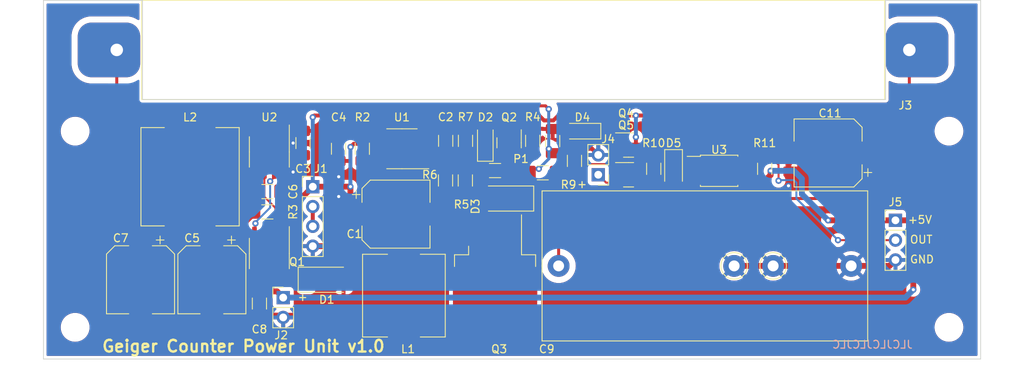
<source format=kicad_pcb>
(kicad_pcb (version 20221018) (generator pcbnew)
  (layers (0 "F.Cu" mixed) (31 "B.Cu" mixed) (36 "B.SilkS" user "B.Silkscreen") (37 "F.SilkS" user "F.Silkscreen") (38 "B.Mask" user) (39 "F.Mask" user) (44 "Edge.Cuts" user))
  (net 0 "")
  (net 1 "GND")
  (net 2 "Net-(U1-Vfb)")
  (net 3 "Net-(U1-TC)")
  (net 4 "Net-(D1-K)")
  (net 5 "Net-(D2-A)")
  (net 6 "Net-(J1-Pin_2)")
  (net 7 "Net-(U1-DC)")
  (net 8 "Net-(U2-REF)")
  (net 9 "+5V")
  (net 10 "VCC")
  (net 11 "/HV")
  (net 12 "Net-(D4-K)")
  (net 13 "Net-(D2-K)")
  (net 14 "Net-(D3-A)")
  (net 15 "Net-(D5-A)")
  (net 16 "Net-(J4-Pin_1)")
  (net 17 "Net-(P1-Pad2)")
  (net 18 "Net-(U2-CS)")
  (net 19 "Net-(Q1-G)")
  (net 20 "Net-(Q3-G)")
  (net 21 "Net-(Q4-E)")
  (net 22 "Net-(J5-Pin_2)")
  (net 23 "/HV2")
  (footprint "Sidolux:STS-5" (layer "F.Cu") (at 171.196 28.448 180)
    (fp_text reference "J3")
    (fp_text value "STS-5")
  )
  (footprint "Diode_SMD:D_MELF" (layer "F.Cu") (at 119.634 47.498 180)
    (fp_text reference "D3")
    (fp_text value "SUF4007")
  )
  (footprint "Capacitor_SMD:C_1206_3216Metric_Pad1.33x1.80mm_HandSolder" (layer "F.Cu") (at 111.76 40.102 90)
    (fp_text reference "C2")
    (fp_text value "3.3nF")
  )
  (footprint "Diode_SMD:D_MELF" (layer "F.Cu") (at 96.266 57.912)
    (fp_text reference "D1")
    (fp_text value "VSSAF3L63-M3/H")
  )
  (footprint "Connector_PinHeader_2.54mm:PinHeader_1x03_P2.54mm_Vertical" (layer "F.Cu") (at 169.418 50.292)
    (fp_text reference "J5")
    (fp_text value "Output")
  )
  (footprint "LED_SMD:LED_1206_3216Metric_Pad1.42x1.75mm_HandSolder" (layer "F.Cu") (at 140.97 43.688 -90)
    (fp_text reference "D5")
    (fp_text value "LED")
  )
  (footprint "MountingHole:MountingHole_3.2mm_M3" (layer "F.Cu") (at 64.262 64.008)
    (fp_text reference "REF**" hide)
    (fp_text value "MountingHole_3.2mm_M3")
  )
  (footprint "Resistor_SMD:R_1206_3216Metric_Pad1.30x1.75mm_HandSolder" (layer "F.Cu") (at 125.476 40.132 90)
    (fp_text reference "R8" hide)
    (fp_text value "4.7M")
  )
  (footprint "Capacitor_SMD:C_1206_3216Metric_Pad1.33x1.80mm_HandSolder" (layer "F.Cu") (at 124.206 44.196 180)
    (fp_text reference "C10" hide)
    (fp_text value "68pF")
  )
  (footprint "Resistor_SMD:R_1206_3216Metric_Pad1.30x1.75mm_HandSolder" (layer "F.Cu") (at 122.917 40.102 90)
    (fp_text reference "R4")
    (fp_text value "1k")
  )
  (footprint "Capacitor_SMD:CP_Elec_8x10.5" (layer "F.Cu") (at 72.644 57.912 -90)
    (fp_text reference "C7")
    (fp_text value "330uF")
  )
  (footprint "Resistor_SMD:R_1206_3216Metric_Pad1.30x1.75mm_HandSolder" (layer "F.Cu") (at 128.27 42.672 90)
    (fp_text reference "R9")
    (fp_text value "4.7M")
  )
  (footprint "MountingHole:MountingHole_3.2mm_M3" (layer "F.Cu") (at 176.276 38.862)
    (fp_text reference "REF**" hide)
    (fp_text value "MountingHole_3.2mm_M3")
  )
  (footprint "Package_TO_SOT_SMD:SOT-23" (layer "F.Cu") (at 119.888 40.356 -90)
    (fp_text reference "Q2")
    (fp_text value "BC857")
  )
  (footprint "MountingHole:MountingHole_3.2mm_M3" (layer "F.Cu") (at 176.276 64.008)
    (fp_text reference "REF**" hide)
    (fp_text value "MountingHole_3.2mm_M3")
  )
  (footprint "Resistor_SMD:R_1206_3216Metric_Pad1.30x1.75mm_HandSolder" (layer "F.Cu") (at 88.9 49.211)
    (fp_text reference "R3")
    (fp_text value "2")
  )
  (footprint "Capacitor_SMD:C_1206_3216Metric_Pad1.33x1.80mm_HandSolder" (layer "F.Cu") (at 87.884 60.96 90)
    (fp_text reference "C8")
    (fp_text value "100nF")
  )
  (footprint "Inductor_SMD:L_10.4x10.4_H4.8" (layer "F.Cu") (at 106.407 59.944 -90)
    (fp_text reference "L1")
    (fp_text value "470uH")
  )
  (footprint "Capacitor_SMD:CP_Elec_8x10.5" (layer "F.Cu") (at 160.782 41.656 180)
    (fp_text reference "C11")
    (fp_text value "100uF/16V")
  )
  (footprint "Package_SO:SOIC-8_3.9x4.9mm_P1.27mm" (layer "F.Cu") (at 106.153 41.118 180)
    (fp_text reference "U1")
    (fp_text value "MC34063AD")
  )
  (footprint "Capacitor_SMD:C_1206_3216Metric_Pad1.33x1.80mm_HandSolder" (layer "F.Cu") (at 88.9 46.606)
    (fp_text reference "C6")
    (fp_text value "100nF")
  )
  (footprint "Capacitor_SMD:C_1206_3216Metric_Pad1.33x1.80mm_HandSolder" (layer "F.Cu") (at 98.025 41.118 -90)
    (fp_text reference "C4")
    (fp_text value "1nF")
  )
  (footprint "Package_SO:SO-4_4.4x3.6mm_P2.54mm" (layer "F.Cu") (at 146.812 43.942)
    (fp_text reference "U3")
    (fp_text value "LTV-356T")
  )
  (footprint "Capacitor_SMD:CP_Elec_8x10.5" (layer "F.Cu") (at 81.788 57.912 -90)
    (fp_text reference "C5")
    (fp_text value "470uF")
  )
  (footprint "Resistor_SMD:R_1206_3216Metric_Pad1.30x1.75mm_HandSolder" (layer "F.Cu") (at 101.073 41.118 -90)
    (fp_text reference "R2")
    (fp_text value "2")
  )
  (footprint "TestPoint:TestPoint_Loop_D2.60mm_Drill1.4mm_Beaded" (layer "F.Cu") (at 153.738 56.134)
    (fp_text reference "TP2" hide)
    (fp_text value "TestPoint")
  )
  (footprint "Resistor_SMD:R_1206_3216Metric_Pad1.30x1.75mm_HandSolder" (layer "F.Cu") (at 118.091 43.912 180)
    (fp_text reference "P1")
    (fp_text value "500k")
  )
  (footprint "Package_SO:SO-8_3.9x4.9mm_P1.27mm" (layer "F.Cu") (at 89.154 41.526 -90)
    (fp_text reference "U2")
    (fp_text value "MAX649")
  )
  (footprint "Connector_PinHeader_2.54mm:PinHeader_1x02_P2.54mm_Vertical" (layer "F.Cu") (at 131.318 44.45 180)
    (fp_text reference "J4")
    (fp_text value "Piezo")
  )
  (footprint "Package_TO_SOT_SMD:SOT-23" (layer "F.Cu") (at 135.2065 40.64)
    (fp_text reference "Q4")
    (fp_text value "BC847")
  )
  (footprint "Capacitor_SMD:C_1206_3216Metric_Pad1.33x1.80mm_HandSolder" (layer "F.Cu") (at 93.472 40.386 90)
    (fp_text reference "C3")
    (fp_text value "100nF")
  )
  (footprint "Package_TO_SOT_SMD:TO-263-2" (layer "F.Cu") (at 118.091 59.533 -90)
    (fp_text reference "Q3")
    (fp_text value "IRFBC40SPBF")
  )
  (footprint "Diode_SMD:D_SOD-123" (layer "F.Cu") (at 116.84 40.356 90)
    (fp_text reference "D2")
    (fp_text value "1N4148W")
  )
  (footprint "Resistor_SMD:R_1206_3216Metric_Pad1.30x1.75mm_HandSolder" (layer "F.Cu") (at 114.3 40.102 90)
    (fp_text reference "R7")
    (fp_text value "10k")
  )
  (footprint "Resistor_SMD:R_1206_3216Metric_Pad1.30x1.75mm_HandSolder" (layer "F.Cu") (at 152.654 43.688 90)
    (fp_text reference "R11")
    (fp_text value "1k")
  )
  (footprint "Package_TO_SOT_SMD:SOT-23" (layer "F.Cu") (at 135.2065 44.45)
    (fp_text reference "Q5")
    (fp_text value "BC847")
  )
  (footprint "Inductor_SMD:L_12x12mm_H6mm" (layer "F.Cu") (at 78.994 44.704 90)
    (fp_text reference "L2")
    (fp_text value "22uH")
  )
  (footprint "Package_SO:SOIC-8_3.9x4.9mm_P1.27mm" (layer "F.Cu") (at 89.154 54.545 -90)
    (fp_text reference "Q1")
    (fp_text value "IRF7404")
  )
  (footprint "Connector_PinHeader_2.54mm:PinHeader_1x04_P2.54mm_Vertical" (layer "F.Cu") (at 94.723 45.984)
    (fp_text reference "J1")
    (fp_text value "Power")
  )
  (footprint "Resistor_SMD:R_1206_3216Metric_Pad1.30x1.75mm_HandSolder" (layer "F.Cu") (at 111.741 45.182 90)
    (fp_text reference "R6")
    (fp_text value "3.3M")
  )
  (footprint "Connector_PinHeader_2.54mm:PinHeader_1x02_P2.54mm_Vertical" (layer "F.Cu") (at 90.932 60.198)
    (fp_text reference "J2")
    (fp_text value "+5V Output")
  )
  (footprint "Resistor_SMD:R_1206_3216Metric_Pad1.30x1.75mm_HandSolder" (layer "F.Cu") (at 138.43 43.688 -90)
    (fp_text reference "R10")
    (fp_text value "680")
  )
  (footprint "Resistor_SMD:R_1206_3216Metric_Pad1.30x1.75mm_HandSolder" (layer "F.Cu") (at 114.281 45.182 -90)
    (fp_text reference "R5")
    (fp_text value "20")
  )
  (footprint "TestPoint:TestPoint_Loop_D2.60mm_Drill1.4mm_Beaded" (layer "F.Cu") (at 148.738 56.134)
    (fp_text reference "TP1" hide)
    (fp_text value "TestPoint")
  )
  (footprint "MountingHole:MountingHole_3.2mm_M3" (layer "F.Cu") (at 64.262 38.862)
    (fp_text reference "REF**" hide)
    (fp_text value "MountingHole_3.2mm_M3")
  )
  (footprint "Diode_SMD:D_SOD-123" (layer "F.Cu") (at 129.286 38.862 180)
    (fp_text reference "D4")
    (fp_text value "BZT52C9V1")
  )
  (footprint "Capacitor_THT:C_Rect_L41.5mm_W19.0mm_P37.50mm_MKS4" (layer "F.Cu") (at 126.238 56.134)
    (fp_text reference "C9")
    (fp_text value "220nF/600VAC")
  )
  (footprint "Capacitor_SMD:CP_Elec_8x10.5" (layer "F.Cu") (at 105.391 49.5)
    (fp_text reference "C1")
    (fp_text value "470uF")
  )
  (gr_line (start 180.34 68.072) (end 60.198 68.072) (stroke (width 0.1)) (layer "Edge.Cuts"))
  (gr_line (start 60.198 22.098) (end 72.898 22.098) (stroke (width 0.1)) (layer "Edge.Cuts"))
  (gr_line (start 168.148 34.798) (end 168.148 22.098) (stroke (width 0.1)) (layer "Edge.Cuts"))
  (gr_line (start 180.34 22.098) (end 180.34 68.072) (stroke (width 0.1)) (layer "Edge.Cuts"))
  (gr_line (start 72.898 22.098) (end 72.898 34.798) (stroke (width 0.1)) (layer "Edge.Cuts"))
  (gr_line (start 72.898 34.798) (end 168.148 34.798) (stroke (width 0.1)) (layer "Edge.Cuts"))
  (gr_line (start 168.148 22.098) (end 180.34 22.098) (stroke (width 0.1)) (layer "Edge.Cuts"))
  (gr_line (start 60.198 68.072) (end 60.198 22.098) (stroke (width 0.1)) (layer "Edge.Cuts"))
  (gr_text "JLCJLCJLCJLC" (at 171.704 66.802) (layer "B.SilkS") (effects (font (size 1 1)) (justify left bottom mirror)))
  (gr_text "GND" (at 171.196 55.88) (layer "F.SilkS") (effects (font (size 1 1)) (justify left bottom)))
  (gr_text "OUT" (at 171.196 53.34) (layer "F.SilkS") (effects (font (size 1 1)) (justify left bottom)))
  (gr_text "+" (at 128.524 46.228) (layer "F.SilkS") (effects (font (size 1 1)) (justify left bottom)))
  (gr_text "+" (at 92.71 60.706) (layer "F.SilkS") (effects (font (size 1 1)) (justify left bottom)))
  (gr_text "Geiger Counter Power Unit v1.0" (at 67.564 67.31) (layer "F.SilkS") (effects (font (size 1.5 1.5) (thickness 0.3) bold) (justify left bottom)))
  (gr_text "+5V" (at 170.942 50.8) (layer "F.SilkS") (effects (font (size 1 1)) (justify left bottom)))
  (segment (start 138.684 38.354) (end 140.97 40.64) (width 0.508) (layer "F.Cu") (net 1))
  (segment (start 148.336 45.212) (end 149.962 45.212) (width 0.508) (layer "F.Cu") (net 1))
  (segment (start 98.025 47.263) (end 98.025 53.604) (width 0.75) (layer "F.Cu") (net 1))
  (segment (start 93.472 38.8235) (end 93.472 40.386) (width 0.254) (layer "F.Cu") (net 1))
  (segment (start 89.662 62.5225) (end 94.0555 62.5225) (width 0.75) (layer "F.Cu") (net 1))
  (segment (start 98.025 57.271) (end 98.666 57.912) (width 0.75) (layer "F.Cu") (net 1))
  (segment (start 109.455 57.404) (end 108.693 58.166) (width 0.75) (layer "F.Cu") (net 1))
  (segment (start 108.628 39.213) (end 108.628 37.765) (width 0.508) (layer "F.Cu") (net 1))
  (segment (start 93.98 40.386) (end 94.996 41.402) (width 0.254) (layer "F.Cu") (net 1))
  (segment (start 155.702 43.036) (end 157.082 41.656) (width 0.75) (layer "F.Cu") (net 1))
  (segment (start 127.636 38.862) (end 127.873 38.862) (width 0.508) (layer "F.Cu") (net 1))
  (segment (start 108.628 37.765) (end 108.712 37.681) (width 0.508) (layer "F.Cu") (net 1))
  (segment (start 92.202 40.386) (end 93.472 40.386) (width 0.254) (layer "F.Cu") (net 1))
  (segment (start 118.872 37.681) (end 122.046 37.681) (width 0.75) (layer "F.Cu") (net 1))
  (segment (start 130.645749 37.592) (end 131.572 37.592) (width 0.508) (layer "F.Cu") (net 1))
  (segment (start 128.27 41.122) (end 130.53 41.122) (width 0.508) (layer "F.Cu") (net 1))
  (segment (start 93.472 40.386) (end 93.98 40.386) (width 0.254) (layer "F.Cu") (net 1))
  (segment (start 168.656 56.134) (end 169.418 55.372) (width 0.75) (layer "F.Cu") (net 1))
  (segment (start 98.044 47.244) (end 98.025 47.263) (width 0.75) (layer "F.Cu") (net 1))
  (segment (start 129.794 40.386) (end 129.794 38.443749) (width 0.508) (layer "F.Cu") (net 1))
  (segment (start 130.53 41.122) (end 131.318 41.91) (width 0.508) (layer "F.Cu") (net 1))
  (segment (start 155.702 45.862) (end 155.702 43.036) (width 0.75) (layer "F.Cu") (net 1))
  (segment (start 129.794 38.443749) (end 130.645749 37.592) (width 0.508) (layer "F.Cu") (net 1))
  (segment (start 96.266 38.862) (end 96.266 41.421) (width 0.75) (layer "F.Cu") (net 1))
  (segment (start 89.789 38.951) (end 89.789 39.23058) (width 0.254) (layer "F.Cu") (net 1))
  (segment (start 89.789 39.23058) (end 90.94442 40.386) (width 0.254) (layer "F.Cu") (net 1))
  (segment (start 109.455 49.864) (end 109.455 57.404) (width 0.75) (layer "F.Cu") (net 1))
  (segment (start 118.938 39.4185) (end 118.938 37.747) (width 0.508) (layer "F.Cu") (net 1))
  (segment (start 88.519 38.951) (end 89.789 38.951) (width 0.254) (layer "F.Cu") (net 1))
  (segment (start 96.247 41.402) (end 96.501 41.656) (width 0.254) (layer "F.Cu") (net 1))
  (segment (start 131.572 37.592) (end 132.334 38.354) (width 0.508) (layer "F.Cu") (net 1))
  (segment (start 97.5255 42.6805) (end 96.501 41.656) (width 0.75) (layer "F.Cu") (net 1))
  (segment (start 87.884 62.5225) (end 89.662 62.5225) (width 0.75) (layer "F.Cu") (net 1))
  (segment (start 131.318 41.91) (end 129.794 40.386) (width 0.508) (layer "F.Cu") (net 1))
  (segment (start 113.519 49.5) (end 115.551 51.532) (width 0.508) (layer "F.Cu") (net 1))
  (segment (start 140.97 40.64) (end 140.97 42.2005) (width 0.508) (layer "F.Cu") (net 1))
  (segment (start 109.599 49.5) (end 113.519 49.5) (width 0.508) (layer "F.Cu") (net 1))
  (segment (start 87.884 62.5225) (end 73.5545 62.5225) (width 0.75) (layer "F.Cu") (net 1))
  (segment (start 125.446 38.552) (end 125.476 38.582) (width 0.508) (layer "F.Cu") (net 1))
  (segment (start 127.636 40.488) (end 128.27 41.122) (width 0.508) (layer "F.Cu") (net 1))
  (segment (start 109.091 49.5) (end 109.455 49.864) (width 0.75) (layer "F.Cu") (net 1))
  (segment (start 108.693 58.166) (end 103.105 58.166) (width 0.75) (layer "F.Cu") (net 1))
  (segment (start 147.32 40.64) (end 147.32 44.196) (width 0.508) (layer "F.Cu") (net 1))
  (segment (start 90.7165 62.5225) (end 90.932 62.738) (width 0.75) (layer "F.Cu") (net 1))
  (segment (start 97.447 37.681) (end 96.266 38.862) (width 0.75) (layer "F.Cu") (net 1))
  (segment (start 91.059 44.101) (end 92.202 44.101) (width 0.254) (layer "F.Cu") (net 1))
  (segment (start 90.94442 40.386) (end 92.202 40.386) (width 0.254) (layer "F.Cu") (net 1))
  (segment (start 148.738 56.134) (end 163.738 56.134) (width 0.75) (layer "F.Cu") (net 1))
  (segment (start 96.266 41.421) (end 96.501 41.656) (width 0.75) (layer "F.Cu") (net 1))
  (segment (start 156.066 40.64) (end 157.082 41.656) (width 0.508) (layer "F.Cu") (net 1))
  (segment (start 98.025 53.604) (end 98.025 57.271) (width 0.75) (layer "F.Cu") (net 1))
  (segment (start 98.025 42.6805) (end 97.5255 42.6805) (width 0.508) (layer "F.Cu") (net 1))
  (segment (start 103.105 58.166) (end 98.543 53.604) (width 0.75) (layer "F.Cu") (net 1))
  (segment (start 91.059 46.0095) (end 90.4625 46.606) (width 0.254) (layer "F.Cu") (net 1))
  (segment (start 91.059 44.101) (end 91.059 46.0095) (width 0.254) (layer "F.Cu") (net 1))
  (segment (start 140.97 40.64) (end 147.32 40.64) (width 0.508) (layer "F.Cu") (net 1))
  (segment (start 118.938 37.747) (end 118.872 37.681) (width 0.508) (layer "F.Cu") (net 1))
  (segment (start 132.334 38.354) (end 138.684 38.354) (width 0.508) (layer "F.Cu") (net 1))
  (segment (start 73.5545 62.5225) (end 72.644 61.612) (width 0.75) (layer "F.Cu") (net 1))
  (segment (start 163.738 56.134) (end 168.656 56.134) (width 0.75) (layer "F.Cu") (net 1))
  (segment (start 108.712 37.681) (end 118.872 37.681) (width 0.75) (layer "F.Cu") (net 1))
  (segment (start 94.0555 62.5225) (end 98.666 57.912) (width 0.75) (layer "F.Cu") (net 1))
  (segment (start 94.996 41.402) (end 96.247 41.402) (width 0.254) (layer "F.Cu") (net 1))
  (segment (start 108.712 37.681) (end 97.447 37.681) (width 0.75) (layer "F.Cu") (net 1))
  (segment (start 114.0145 38.5395) (end 114.027 38.552) (width 0.508) (layer "F.Cu") (net 1))
  (segment (start 89.662 62.5225) (end 90.7165 62.5225) (width 0.75) (layer "F.Cu") (net 1))
  (segment (start 147.32 44.196) (end 148.336 45.212) (width 0.508) (layer "F.Cu") (net 1))
  (segment (start 122.046 37.681) (end 122.917 38.552) (width 0.75) (layer "F.Cu") (net 1))
  (segment (start 98.543 53.604) (end 98.025 53.604) (width 0.75) (layer "F.Cu") (net 1))
  (segment (start 127.636 38.862) (end 127.636 40.488) (width 0.508) (layer "F.Cu") (net 1))
  (segment (start 147.32 40.64) (end 156.066 40.64) (width 0.508) (layer "F.Cu") (net 1))
  (segment (start 98.025 42.6805) (end 98.025 44.678) (width 0.508) (layer "F.Cu") (net 1))
  (segment (start 94.723 53.604) (end 98.025 53.604) (width 0.75) (layer "F.Cu") (net 1))
  (via (at 98.044 44.704) (size 0.8) (drill 0.4) (layers "F.Cu" "B.Cu") (net 1))
  (via (at 98.044 47.244) (size 0.8) (drill 0.4) (layers "F.Cu" "B.Cu") (net 1))
  (via (at 155.702 45.862) (size 0.8) (drill 0.4) (layers "F.Cu" "B.Cu") (net 1))
  (via (at 92.202 44.101) (size 0.8) (drill 0.4) (layers "F.Cu" "B.Cu") (net 1))
  (via (at 92.202 40.386) (size 0.8) (drill 0.4) (layers "F.Cu" "B.Cu") (net 1))
  (segment (start 98.044 47.244) (end 98.044 44.704) (width 0.75) (layer "B.Cu") (net 1))
  (segment (start 155.702 45.862) (end 155.702 48.098) (width 0.75) (layer "B.Cu") (net 1))
  (segment (start 92.202 44.101) (end 92.202 40.386) (width 0.254) (layer "B.Cu") (net 1))
  (segment (start 155.702 48.098) (end 163.738 56.134) (width 0.75) (layer "B.Cu") (net 1))
  (segment (start 103.678 39.213) (end 103.678 39.151) (width 0.25) (layer "F.Cu") (net 2))
  (segment (start 109.649751 42.398) (end 110.883751 43.632) (width 0.25) (layer "F.Cu") (net 2))
  (segment (start 103.12 38.593) (end 98.9875 38.593) (width 0.25) (layer "F.Cu") (net 2))
  (segment (start 107.626248 42.398) (end 109.649751 42.398) (width 0.25) (layer "F.Cu") (net 2))
  (segment (start 112.32 43.632) (end 114.3 41.652) (width 0.25) (layer "F.Cu") (net 2))
  (segment (start 104.441249 39.213) (end 107.626248 42.398) (width 0.25) (layer "F.Cu") (net 2))
  (segment (start 103.678 39.151) (end 103.12 38.593) (width 0.25) (layer "F.Cu") (net 2))
  (segment (start 98.9875 38.593) (end 98.025 39.5555) (width 0.25) (layer "F.Cu") (net 2))
  (segment (start 104.441249 39.213) (end 103.678 39.213) (width 0.25) (layer "F.Cu") (net 2))
  (segment (start 110.883751 43.632) (end 111.741 43.632) (width 0.25) (layer "F.Cu") (net 2))
  (segment (start 111.741 43.632) (end 112.32 43.632) (width 0.25) (layer "F.Cu") (net 2))
  (segment (start 110.5785 40.483) (end 111.76 41.6645) (width 0.25) (layer "F.Cu") (net 3))
  (segment (start 108.628 40.483) (end 110.5785 40.483) (width 0.25) (layer "F.Cu") (net 3))
  (segment (start 87.249 57.02) (end 91.059 57.02) (width 0.508) (layer "F.Cu") (net 4))
  (segment (start 91.951 57.912) (end 91.059 57.02) (width 0.508) (layer "F.Cu") (net 4))
  (segment (start 79.886 57.02) (end 79.883 57.023) (width 0.25) (layer "F.Cu") (net 4))
  (segment (start 78.994 56.134) (end 79.883 57.023) (width 0.508) (layer "F.Cu") (net 4))
  (segment (start 93.866 57.912) (end 91.951 57.912) (width 0.508) (layer "F.Cu") (net 4))
  (segment (start 87.249 57.02) (end 79.886 57.02) (width 0.508) (layer "F.Cu") (net 4))
  (segment (start 78.994 49.654) (end 78.994 56.134) (width 0.508) (layer "F.Cu") (net 4))
  (segment (start 120.353749 39.4185) (end 119.132249 40.64) (width 0.25) (layer "F.Cu") (net 5))
  (segment (start 122.917 41.4975) (end 120.838 39.4185) (width 0.25) (layer "F.Cu") (net 5))
  (segment (start 107.462 39.858) (end 115.688 39.858) (width 0.25) (layer "F.Cu") (net 5))
  (segment (start 119.132249 40.64) (end 118.618 40.64) (width 0.25) (layer "F.Cu") (net 5))
  (segment (start 115.688 39.858) (end 116.84 38.706) (width 0.25) (layer "F.Cu") (net 5))
  (segment (start 106.934 40.386) (end 107.462 39.858) (width 0.25) (layer "F.Cu") (net 5))
  (segment (start 107.617644 41.753) (end 106.934 41.069356) (width 0.25) (layer "F.Cu") (net 5))
  (segment (start 118.618 40.64) (end 116.84 38.862) (width 0.25) (layer "F.Cu") (net 5))
  (segment (start 120.838 39.4185) (end 120.353749 39.4185) (width 0.25) (layer "F.Cu") (net 5))
  (segment (start 116.84 38.862) (end 116.84 38.706) (width 0.25) (layer "F.Cu") (net 5))
  (segment (start 122.917 41.652) (end 122.917 41.4975) (width 0.25) (layer "F.Cu") (net 5))
  (segment (start 106.934 41.069356) (end 106.934 40.386) (width 0.25) (layer "F.Cu") (net 5))
  (segment (start 108.628 41.753) (end 107.617644 41.753) (width 0.25) (layer "F.Cu") (net 5))
  (segment (start 94.723 51.064) (end 94.723 48.524) (width 0.508) (layer "F.Cu") (net 6))
  (segment (start 101.073 42.668) (end 101.428 43.023) (width 0.25) (layer "F.Cu") (net 7))
  (segment (start 105.899 43.023) (end 108.628 43.023) (width 0.508) (layer "F.Cu") (net 7))
  (segment (start 103.678 43.023) (end 105.899 43.023) (width 0.508) (layer "F.Cu") (net 7))
  (segment (start 105.899 51.562) (end 105.899 43.023) (width 0.508) (layer "F.Cu") (net 7))
  (segment (start 106.407 52.07) (end 105.899 51.562) (width 0.508) (layer "F.Cu") (net 7))
  (segment (start 106.407 55.794) (end 106.407 52.07) (width 0.508) (layer "F.Cu") (net 7))
  (segment (start 103.678 41.753) (end 103.678 43.023) (width 0.508) (layer "F.Cu") (net 7))
  (segment (start 101.428 43.023) (end 103.678 43.023) (width 0.508) (layer "F.Cu") (net 7))
  (segment (start 87.249 39.227751) (end 89.969749 41.9485) (width 0.25) (layer "F.Cu") (net 8))
  (segment (start 87.249 38.951) (end 87.249 39.227751) (width 0.25) (layer "F.Cu") (net 8))
  (segment (start 89.969749 41.9485) (end 93.472 41.9485) (width 0.25) (layer "F.Cu") (net 8))
  (segment (start 76.598 58.166) (end 83.6045 58.166) (width 0.75) (layer "F.Cu") (net 9))
  (segment (start 90.424 37.338) (end 86.868 37.338) (width 0.25) (layer "F.Cu") (net 9))
  (segment (start 84.074 47.498) (end 76.327 47.498) (width 0.25) (layer "F.Cu") (net 9))
  (segment (start 160.782 50.292) (end 169.418 50.292) (width 0.75) (layer "F.Cu") (net 9))
  (segment (start 171.704 51.054) (end 171.704 59.182) (width 0.75) (layer "F.Cu") (net 9))
  (segment (start 75.057 51.799) (end 72.644 54.212) (width 0.25) (layer "F.Cu") (net 9))
  (segment (start 75.057 48.768) (end 75.057 51.799) (width 0.25) (layer "F.Cu") (net 9))
  (segment (start 171.704 51.054) (end 170.942 50.292) (width 0.75) (layer "F.Cu") (net 9))
  (segment (start 83.6045 58.166) (end 84.836 59.3975) (width 0.75) (layer "F.Cu") (net 9))
  (segment (start 84.836 59.3975) (end 87.884 59.3975) (width 0.75) (layer "F.Cu") (net 9))
  (segment (start 86.106 38.1) (end 86.106 45.466) (width 0.25) (layer "F.Cu") (net 9))
  (segment (start 90.1315 59.3975) (end 90.932 60.198) (width 0.75) (layer "F.Cu") (net 9))
  (segment (start 78.994 39.754) (end 72.644 46.104) (width 0.75) (layer "F.Cu") (net 9))
  (segment (start 72.644 46.104) (end 72.644 54.212) (width 0.75) (layer "F.Cu") (net 9))
  (segment (start 170.942 50.292) (end 169.418 50.292) (width 0.75) (layer "F.Cu") (net 9))
  (segment (start 86.106 45.466) (end 84.074 47.498) (width 0.25) (layer "F.Cu") (net 9))
  (segment (start 72.644 54.212) (end 76.598 58.166) (width 0.75) (layer "F.Cu") (net 9))
  (segment (start 86.868 37.338) (end 86.106 38.1) (width 0.25) (layer "F.Cu") (net 9))
  (segment (start 87.884 59.3975) (end 90.1315 59.3975) (width 0.75) (layer "F.Cu") (net 9))
  (segment (start 91.059 37.973) (end 90.424 37.338) (width 0.25) (layer "F.Cu") (net 9))
  (segment (start 153.416 44.476) (end 152.654 45.238) (width 0.75) (layer "F.Cu") (net 9))
  (segment (start 76.327 47.498) (end 75.057 48.768) (width 0.25) (layer "F.Cu") (net 9))
  (segment (start 91.059 38.951) (end 91.059 37.973) (width 0.25) (layer "F.Cu") (net 9))
  (segment (start 153.416 43.946299) (end 153.416 44.476) (width 0.75) (layer "F.Cu") (net 9))
  (via (at 171.704 59.182) (size 0.8) (drill 0.4) (layers "F.Cu" "B.Cu") (net 9))
  (via (at 153.416 43.946299) (size 0.8) (drill 0.4) (layers "F.Cu" "B.Cu") (net 9))
  (via (at 160.782 50.292) (size 0.8) (drill 0.4) (layers "F.Cu" "B.Cu") (net 9))
  (segment (start 157.418 46.928) (end 157.418 44.958) (width 0.75) (layer "B.Cu") (net 9))
  (segment (start 156.406299 43.946299) (end 153.416 43.946299) (width 0.75) (layer "B.Cu") (net 9))
  (segment (start 90.932 60.198) (end 170.688 60.198) (width 0.75) (layer "B.Cu") (net 9))
  (segment (start 170.688 60.198) (end 171.704 59.182) (width 0.75) (layer "B.Cu") (net 9))
  (segment (start 157.418 44.958) (end 156.406299 43.946299) (width 0.75) (layer "B.Cu") (net 9))
  (segment (start 160.782 50.292) (end 157.418 46.928) (width 0.75) (layer "B.Cu") (net 9))
  (segment (start 123.74089 36.856) (end 124.36739 37.4825) (width 0.5) (layer "F.Cu") (net 10))
  (segment (start 86.106 53.848) (end 86.106 53.783) (width 0.75) (layer "F.Cu") (net 10))
  (segment (start 96.501 45.974) (end 96.491 45.984) (width 0.75) (layer "F.Cu") (net 10))
  (segment (start 94.723 45.984) (end 92.202 48.505) (width 0.75) (layer "F.Cu") (net 10))
  (segment (start 94.951 36.856) (end 123.74089 36.856) (width 0.5) (layer "F.Cu") (net 10))
  (segment (start 92.202 48.505) (end 92.202 53.021) (width 0.75) (layer "F.Cu") (net 10))
  (segment (start 161.282974 41.656) (end 164.482 41.656) (width 0.5) (layer "F.Cu") (net 10))
  (segment (start 91.44 53.783) (end 86.106 53.783) (width 0.75) (layer "F.Cu") (net 10))
  (segment (start 99.979 40.483) (end 101.237394 40.483) (width 0.5) (layer "F.Cu") (net 10))
  (segment (start 86.106 50.455) (end 86.106 53.783) (width 0.75) (layer "F.Cu") (net 10))
  (segment (start 124.36739 37.4825) (end 125.56861 37.4825) (width 0.5) (layer "F.Cu") (net 10))
  (segment (start 92.202 53.021) (end 91.44 53.783) (width 0.75) (layer "F.Cu") (net 10))
  (segment (start 101.237394 40.483) (end 103.678 40.483) (width 0.5) (layer "F.Cu") (net 10))
  (segment (start 101.237394 40.483) (end 101.237394 39.732394) (width 0.5) (layer "F.Cu") (net 10))
  (segment (start 126.19511 36.856) (end 138.181606 36.856) (width 0.5) (layer "F.Cu") (net 10))
  (segment (start 99.549 45.974) (end 99.549 47.358) (width 0.75) (layer "F.Cu") (net 10))
  (segment (start 101.237394 39.732394) (end 101.073 39.568) (width 0.5) (layer "F.Cu") (net 10))
  (segment (start 159.562974 39.936) (end 161.282974 41.656) (width 0.5) (layer "F.Cu") (net 10))
  (segment (start 136.144 40.64) (end 136.144 39.624) (width 0.508) (layer "F.Cu") (net 10))
  (segment (start 85.742 54.212) (end 86.106 53.848) (width 0.75) (layer "F.Cu") (net 10))
  (segment (start 138.181606 36.856) (end 141.261606 39.936) (width 0.5) (layer "F.Cu") (net 10))
  (segment (start 125.56861 37.4825) (end 126.19511 36.856) (width 0.5) (layer "F.Cu") (net 10))
  (segment (start 87.249 44.101) (end 87.249 49.11) (width 0.75) (layer "F.Cu") (net 10))
  (segment (start 87.249 46.5175) (end 87.3375 46.606) (width 0.508) (layer "F.Cu") (net 10))
  (segment (start 94.723 37.084) (end 94.951 36.856) (width 0.5) (layer "F.Cu") (net 10))
  (segment (start 99.549 47.358) (end 101.691 49.5) (width 0.75) (layer "F.Cu") (net 10))
  (segment (start 96.491 45.984) (end 94.723 45.984) (width 0.75) (layer "F.Cu") (net 10))
  (segment (start 87.249 49.11) (end 87.35 49.211) (width 0.75) (layer "F.Cu") (net 10))
  (segment (start 81.788 54.212) (end 85.742 54.212) (width 0.75) (layer "F.Cu") (net 10))
  (segment (start 99.568 40.894) (end 99.979 40.483) (width 0.5) (layer "F.Cu") (net 10))
  (segment (start 99.549 45.974) (end 96.501 45.974) (width 0.75) (layer "F.Cu") (net 10))
  (segment (start 136.144 44.45) (end 136.144 40.64) (width 0.508) (layer "F.Cu") (net 10))
  (segment (start 141.261606 39.936) (end 159.562974 39.936) (width 0.5) (layer "F.Cu") (net 10))
  (segment (start 87.35 49.211) (end 86.106 50.455) (width 0.75) (layer "F.Cu") (net 10))
  (via (at 99.568 40.894) (size 0.8) (drill 0.4) (layers "F.Cu" "B.Cu") (net 10))
  (via (at 94.723 37.084) (size 0.8) (drill 0.4) (layers "F.Cu" "B.Cu") (net 10))
  (via (at 136.144 36.856) (size 0.8) (drill 0.4) (layers "F.Cu" "B.Cu") (net 10))
  (via (at 136.144 39.624) (size 0.8) (drill 0.4) (layers "F.Cu" "B.Cu") (net 10))
  (via (at 99.549 45.974) (size 0.8) (drill 0.4) (layers "F.Cu" "B.Cu") (net 10))
  (segment (start 99.549 40.913) (end 99.568 40.894) (width 0.75) (layer "B.Cu") (net 10))
  (segment (start 136.144 39.624) (end 136.144 36.856) (width 0.508) (layer "B.Cu") (net 10))
  (segment (start 94.723 45.984) (end 94.723 37.084) (width 0.5) (layer "B.Cu") (net 10))
  (segment (start 99.549 45.974) (end 99.549 40.913) (width 0.5) (layer "B.Cu") (net 10))
  (segment (start 122.034 47.498) (end 126.238 47.498) (width 0.381) (layer "F.Cu") (net 11))
  (segment (start 119.641 45.105) (end 122.034 47.498) (width 0.381) (layer "F.Cu") (net 11))
  (segment (start 119.641 43.912) (end 119.641 45.105) (width 0.381) (layer "F.Cu") (net 11))
  (segment (start 171.196 42.418) (end 171.196 29.21) (width 0.381) (layer "F.Cu") (net 11))
  (segment (start 126.238 47.498) (end 166.116 47.498) (width 0.381) (layer "F.Cu") (net 11))
  (segment (start 126.238 56.134) (end 126.238 47.498) (width 0.381) (layer "F.Cu") (net 11))
  (segment (start 166.116 47.498) (end 171.196 42.418) (width 0.381) (layer "F.Cu") (net 11))
  (segment (start 133.096 42.418) (end 133.096 39.69) (width 0.25) (layer "F.Cu") (net 12))
  (segment (start 127.99 43.942) (end 128.27 44.222) (width 0.25) (layer "F.Cu") (net 12))
  (segment (start 134.269 39.69) (end 132.334 39.69) (width 0.25) (layer "F.Cu") (net 12))
  (segment (start 125.7685 43.942) (end 127.99 43.942) (width 0.25) (layer "F.Cu") (net 12))
  (segment (start 132.334 39.69) (end 131.764 39.69) (width 0.25) (layer "F.Cu") (net 12))
  (segment (start 128.27 44.222) (end 129.407 43.085) (width 0.25) (layer "F.Cu") (net 12))
  (segment (start 129.407 43.085) (end 132.429 43.085) (width 0.25) (layer "F.Cu") (net 12))
  (segment (start 132.429 43.085) (end 133.096 42.418) (width 0.25) (layer "F.Cu") (net 12))
  (segment (start 133.096 39.69) (end 132.334 39.69) (width 0.25) (layer "F.Cu") (net 12))
  (segment (start 131.764 39.69) (end 130.936 38.862) (width 0.25) (layer "F.Cu") (net 12))
  (segment (start 117.09 41.756) (end 116.84 42.006) (width 0.25) (layer "F.Cu") (net 13))
  (segment (start 114.281 43.632) (end 114.691 43.632) (width 0.25) (layer "F.Cu") (net 13))
  (segment (start 116.236 42.006) (end 116.84 42.006) (width 0.25) (layer "F.Cu") (net 13))
  (segment (start 114.61 43.632) (end 116.236 42.006) (width 0.25) (layer "F.Cu") (net 13))
  (segment (start 119.3525 41.756) (end 117.09 41.756) (width 0.25) (layer "F.Cu") (net 13))
  (segment (start 114.281 43.632) (end 114.61 43.632) (width 0.25) (layer "F.Cu") (net 13))
  (segment (start 119.3525 41.756) (end 119.615 41.4935) (width 0.25) (layer "F.Cu") (net 13))
  (segment (start 118.345 60.428) (end 118.091 60.682) (width 0.25) (layer "F.Cu") (net 14))
  (segment (start 117.124 47.608) (end 116.707 47.608) (width 0.25) (layer "F.Cu") (net 14))
  (segment (start 118.345 48.4895) (end 118.345 60.428) (width 0.508) (layer "F.Cu") (net 14))
  (segment (start 117.234 47.498) (end 117.124 47.608) (width 0.25) (layer "F.Cu") (net 14))
  (segment (start 116.707 47.608) (end 117.4635 47.608) (width 0.508) (layer "F.Cu") (net 14))
  (segment (start 106.407 64.094) (end 114.329 64.094) (width 0.508) (layer "F.Cu") (net 14))
  (segment (start 114.329 64.094) (end 115.316 63.107) (width 0.25) (layer "F.Cu") (net 14))
  (segment (start 117.4635 47.608) (end 118.345 48.4895) (width 0.508) (layer "F.Cu") (net 14))
  (segment (start 138.43 45.238) (end 140.9075 45.238) (width 0.25) (layer "F.Cu") (net 15))
  (segment (start 140.9075 45.238) (end 140.97 45.1755) (width 0.25) (layer "F.Cu") (net 15))
  (segment (start 141.0065 45.212) (end 143.662 45.212) (width 0.25) (layer "F.Cu") (net 15))
  (segment (start 140.97 45.1755) (end 141.0065 45.212) (width 0.25) (layer "F.Cu") (net 15))
  (segment (start 143.342172 42.672) (end 142.326172 43.688) (width 0.25) (layer "F.Cu") (net 16))
  (segment (start 137.23 44.773251) (end 137.23 44.126) (width 0.25) (layer "F.Cu") (net 16))
  (segment (start 136.603251 45.4) (end 137.23 44.773251) (width 0.25) (layer "F.Cu") (net 16))
  (segment (start 131.318 44.45) (end 132.334 45.466) (width 0.25) (layer "F.Cu") (net 16))
  (segment (start 134.269 45.4) (end 136.603251 45.4) (width 0.25) (layer "F.Cu") (net 16))
  (segment (start 137.23 44.126) (end 137.668 43.688) (width 0.25) (layer "F.Cu") (net 16))
  (segment (start 132.334 45.466) (end 134.203 45.466) (width 0.25) (layer "F.Cu") (net 16))
  (segment (start 137.668 43.688) (end 138.43 43.688) (width 0.25) (layer "F.Cu") (net 16))
  (segment (start 138.43 43.688) (end 142.326172 43.688) (width 0.25) (layer "F.Cu") (net 16))
  (segment (start 143.662 42.672) (end 143.342172 42.672) (width 0.25) (layer "F.Cu") (net 16))
  (segment (start 138.43 42.138) (end 138.43 43.688) (width 0.25) (layer "F.Cu") (net 16))
  (segment (start 134.203 45.466) (end 134.269 45.4) (width 0.25) (layer "F.Cu") (net 16))
  (segment (start 115.749 44.704) (end 116.541 43.912) (width 0.25) (layer "F.Cu") (net 17))
  (segment (start 111.741 46.732) (end 113.769 44.704) (width 0.25) (layer "F.Cu") (net 17))
  (segment (start 113.769 44.704) (end 115.749 44.704) (width 0.25) (layer "F.Cu") (net 17))
  (segment (start 89.789 49.872) (end 89.789 52.07) (width 0.508) (layer "F.Cu") (net 18))
  (segment (start 88.519 44.101) (end 88.519 47.28) (width 0.25) (layer "F.Cu") (net 18))
  (segment (start 90.45 49.211) (end 89.789 49.872) (width 0.508) (layer "F.Cu") (net 18))
  (segment (start 88.519 52.07) (end 91.059 52.07) (width 0.508) (layer "F.Cu") (net 18))
  (segment (start 88.519 47.28) (end 90.45 49.211) (width 0.25) (layer "F.Cu") (net 18))
  (segment (start 87.376 51.943) (end 87.249 52.07) (width 0.25) (layer "F.Cu") (net 19))
  (segment (start 87.376 50.6855) (end 87.376 51.943) (width 0.25) (layer "F.Cu") (net 19))
  (segment (start 89.255439 45.292733) (end 89.789 44.759172) (width 0.25) (layer "F.Cu") (net 19))
  (segment (start 89.789 44.759172) (end 89.789 44.101) (width 0.25) (layer "F.Cu") (net 19))
  (via (at 87.376 50.6855) (size 0.8) (drill 0.4) (layers "F.Cu" "B.Cu") (net 19))
  (via (at 89.255439 45.292733) (size 0.8) (drill 0.4) (layers "F.Cu" "B.Cu") (net 19))
  (segment (start 89.255439 48.666561) (end 87.376 50.546) (width 0.25) (layer "B.Cu") (net 19))
  (segment (start 89.255439 45.292733) (end 89.255439 48.666561) (width 0.25) (layer "B.Cu") (net 19))
  (segment (start 87.376 50.546) (end 87.376 50.6855) (width 0.25) (layer "B.Cu") (net 19))
  (segment (start 119.634 50.535) (end 120.631 51.532) (width 0.25) (layer "F.Cu") (net 20))
  (segment (start 118.183 45.285) (end 119.634 46.736) (width 0.25) (layer "F.Cu") (net 20))
  (segment (start 114.281 46.732) (end 115.728 45.285) (width 0.25) (layer "F.Cu") (net 20))
  (segment (start 115.728 45.285) (end 118.183 45.285) (width 0.25) (layer "F.Cu") (net 20))
  (segment (start 119.634 46.736) (end 119.634 50.535) (width 0.25) (layer "F.Cu") (net 20))
  (segment (start 134.269 43.5) (end 134.269 41.59) (width 0.25) (layer "F.Cu") (net 21))
  (segment (start 153.39 42.138) (end 152.654 42.138) (width 0.25) (layer "F.Cu") (net 22))
  (segment (start 162.052 52.832) (end 169.418 52.832) (width 0.25) (layer "F.Cu") (net 22))
  (segment (start 152.12 42.672) (end 152.654 42.138) (width 0.25) (layer "F.Cu") (net 22))
  (segment (start 154.432 43.18) (end 153.39 42.138) (width 0.25) (layer "F.Cu") (net 22))
  (segment (start 154.432 45.212) (end 154.432 43.18) (width 0.25) (layer "F.Cu") (net 22))
  (segment (start 149.962 42.672) (end 152.12 42.672) (width 0.25) (layer "F.Cu") (net 22))
  (via (at 154.432 45.212) (size 0.8) (drill 0.4) (layers "F.Cu" "B.Cu") (net 22))
  (via (at 162.052 52.832) (size 0.8) (drill 0.4) (layers "F.Cu" "B.Cu") (net 22))
  (segment (start 162.052 52.832) (end 156.718 47.498) (width 0.25) (layer "B.Cu") (net 22))
  (segment (start 156.718 47.498) (end 156.718 45.461347) (width 0.25) (layer "B.Cu") (net 22))
  (segment (start 156.718 45.461347) (end 156.393653 45.137) (width 0.25) (layer "B.Cu") (net 22))
  (segment (start 156.393653 45.137) (end 154.507 45.137) (width 0.25) (layer "B.Cu") (net 22))
  (segment (start 154.507 45.137) (end 154.432 45.212) (width 0.25) (layer "B.Cu") (net 22))
  (segment (start 122.8975 43.688) (end 122.6435 43.942) (width 0.381) (layer "F.Cu") (net 23))
  (segment (start 125.476 41.614052) (end 125.476 41.682) (width 0.381) (layer "F.Cu") (net 23))
  (segment (start 69.596 34.29) (end 69.596 28.448) (width 0.381) (layer "F.Cu") (net 23))
  (segment (start 124.968 36.0325) (end 124.551 35.6155) (width 0.381) (layer "F.Cu") (net 23))
  (segment (start 124.985827 41.123879) (end 125.476 41.614052) (width 0.381) (layer "F.Cu") (net 23))
  (segment (start 70.9215 35.6155) (end 69.596 34.29) (width 0.381) (layer "F.Cu") (net 23))
  (segment (start 123.698 43.688) (end 122.8975 43.688) (width 0.381) (layer "F.Cu") (net 23))
  (segment (start 124.551 35.6155) (end 70.9215 35.6155) (width 0.381) (layer "F.Cu") (net 23))
  (via (at 123.698 43.688) (size 0.8) (drill 0.4) (layers "F.Cu" "B.Cu") (net 23))
  (via (at 124.985827 41.123879) (size 0.8) (drill 0.4) (layers "F.Cu" "B.Cu") (net 23))
  (via (at 124.968 36.0325) (size 0.8) (drill 0.4) (layers "F.Cu" "B.Cu") (net 23))
  (segment (start 124.985827 41.123879) (end 124.985827 42.400173) (width 0.381) (layer "B.Cu") (net 23))
  (segment (start 124.985827 42.400173) (end 123.698 43.688) (width 0.381) (layer "B.Cu") (net 23))
  (segment (start 124.968 41.106052) (end 124.985827 41.123879) (width 0.381) (layer "B.Cu") (net 23))
  (segment (start 124.968 36.0325) (end 124.968 41.106052) (width 0.381) (layer "B.Cu") (net 23))
  (zone (net 1) (net_name "GND") (layers "F&B.Cu") (connect_pads (clearance 0.5)) (min_thickness 0.25) (fill yes (thermal_gap 0.5) (thermal_bridge_width 0.5))
    (polygon (pts (xy 60.198 22.098) (xy 72.898 22.098) (xy 72.898 34.798) (xy 168.148 34.798) (xy 168.148 22.098) (xy 180.34 22.098) (xy 180.34 68.072) (xy 60.198 68.072)))
  )
)
</source>
